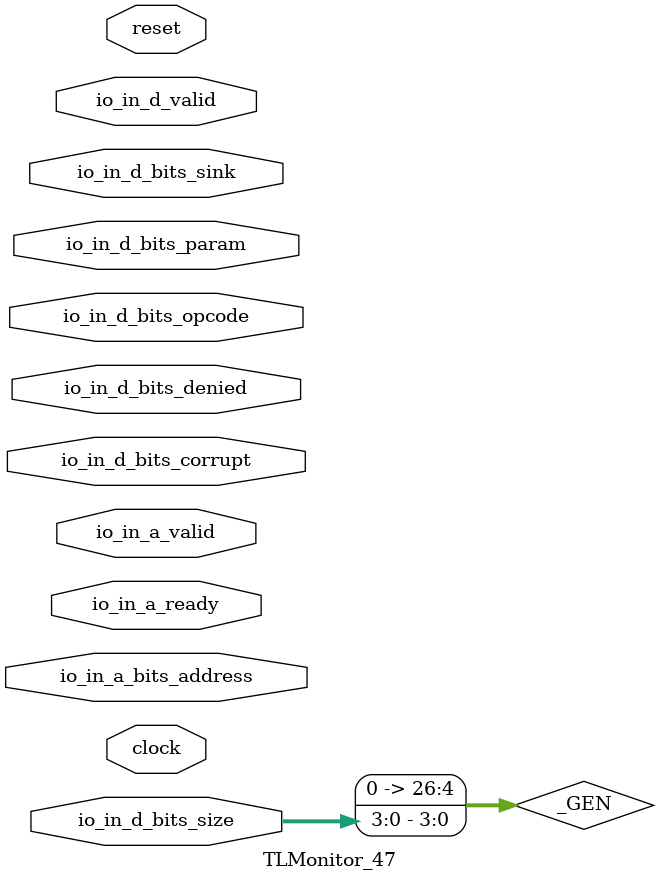
<source format=sv>
`ifndef RANDOMIZE
  `ifdef RANDOMIZE_REG_INIT
    `define RANDOMIZE
  `endif // RANDOMIZE_REG_INIT
`endif // not def RANDOMIZE
`ifndef RANDOMIZE
  `ifdef RANDOMIZE_MEM_INIT
    `define RANDOMIZE
  `endif // RANDOMIZE_MEM_INIT
`endif // not def RANDOMIZE

`ifndef RANDOM
  `define RANDOM $random
`endif // not def RANDOM

// Users can define 'PRINTF_COND' to add an extra gate to prints.
`ifndef PRINTF_COND_
  `ifdef PRINTF_COND
    `define PRINTF_COND_ (`PRINTF_COND)
  `else  // PRINTF_COND
    `define PRINTF_COND_ 1
  `endif // PRINTF_COND
`endif // not def PRINTF_COND_

// Users can define 'ASSERT_VERBOSE_COND' to add an extra gate to assert error printing.
`ifndef ASSERT_VERBOSE_COND_
  `ifdef ASSERT_VERBOSE_COND
    `define ASSERT_VERBOSE_COND_ (`ASSERT_VERBOSE_COND)
  `else  // ASSERT_VERBOSE_COND
    `define ASSERT_VERBOSE_COND_ 1
  `endif // ASSERT_VERBOSE_COND
`endif // not def ASSERT_VERBOSE_COND_

// Users can define 'STOP_COND' to add an extra gate to stop conditions.
`ifndef STOP_COND_
  `ifdef STOP_COND
    `define STOP_COND_ (`STOP_COND)
  `else  // STOP_COND
    `define STOP_COND_ 1
  `endif // STOP_COND
`endif // not def STOP_COND_

// Users can define INIT_RANDOM as general code that gets injected into the
// initializer block for modules with registers.
`ifndef INIT_RANDOM
  `define INIT_RANDOM
`endif // not def INIT_RANDOM

// If using random initialization, you can also define RANDOMIZE_DELAY to
// customize the delay used, otherwise 0.002 is used.
`ifndef RANDOMIZE_DELAY
  `define RANDOMIZE_DELAY 0.002
`endif // not def RANDOMIZE_DELAY

// Define INIT_RANDOM_PROLOG_ for use in our modules below.
`ifndef INIT_RANDOM_PROLOG_
  `ifdef RANDOMIZE
    `ifdef VERILATOR
      `define INIT_RANDOM_PROLOG_ `INIT_RANDOM
    `else  // VERILATOR
      `define INIT_RANDOM_PROLOG_ `INIT_RANDOM #`RANDOMIZE_DELAY begin end
    `endif // VERILATOR
  `else  // RANDOMIZE
    `define INIT_RANDOM_PROLOG_
  `endif // RANDOMIZE
`endif // not def INIT_RANDOM_PROLOG_

module TLMonitor_47(
  input        clock,
               reset,
               io_in_a_ready,
               io_in_a_valid,
  input [31:0] io_in_a_bits_address,
  input        io_in_d_valid,
  input [2:0]  io_in_d_bits_opcode,
  input [1:0]  io_in_d_bits_param,
  input [3:0]  io_in_d_bits_size,
  input [2:0]  io_in_d_bits_sink,
  input        io_in_d_bits_denied,
               io_in_d_bits_corrupt
);

  wire [31:0] _plusarg_reader_1_out;	// @[PlusArg.scala:80:11]
  wire [31:0] _plusarg_reader_out;	// @[PlusArg.scala:80:11]
  wire        a_set = io_in_a_ready & io_in_a_valid;	// @[Decoupled.scala:51:35]
  reg  [8:0]  d_first_counter;	// @[Edges.scala:229:27]
  reg  [2:0]  opcode_1;	// @[Monitor.scala:535:22]
  reg  [1:0]  param_1;	// @[Monitor.scala:536:22]
  reg  [3:0]  size_1;	// @[Monitor.scala:537:22]
  reg         source_1;	// @[Monitor.scala:538:22]
  reg  [2:0]  sink;	// @[Monitor.scala:539:22]
  reg         denied;	// @[Monitor.scala:540:22]
  reg         inflight;	// @[Monitor.scala:611:27]
  reg  [3:0]  inflight_opcodes;	// @[Monitor.scala:613:35]
  reg  [7:0]  inflight_sizes;	// @[Monitor.scala:615:33]
  reg  [8:0]  d_first_counter_1;	// @[Edges.scala:229:27]
  wire        d_first_1 = d_first_counter_1 == 9'h0;	// @[Edges.scala:229:27, :231:25]
  wire        d_release_ack = io_in_d_bits_opcode == 3'h6;	// @[Monitor.scala:81:25, :670:46]
  reg  [31:0] watchdog;	// @[Monitor.scala:706:27]
  reg  [8:0]  d_first_counter_2;	// @[Edges.scala:229:27]
  wire        d_first_2 = d_first_counter_2 == 9'h0;	// @[Edges.scala:229:27, :231:25]
  wire [26:0] _GEN = {23'h0, io_in_d_bits_size};	// @[package.scala:235:71]
  wire [26:0] _d_first_beats1_decode_T_1 = 27'hFFF << _GEN;	// @[package.scala:235:71]
  wire [26:0] _d_first_beats1_decode_T_5 = 27'hFFF << _GEN;	// @[package.scala:235:71]
  wire [26:0] _d_first_beats1_decode_T_9 = 27'hFFF << _GEN;	// @[package.scala:235:71]
  wire        d_clr = io_in_d_valid & d_first_1 & ~d_release_ack;	// @[Edges.scala:231:25, Monitor.scala:670:46, :671:74, :675:72]
  wire        _T_1143 = io_in_d_valid & ~(|d_first_counter);	// @[Edges.scala:229:27, :231:25, Monitor.scala:549:20]
  always @(posedge clock) begin
    if (reset) begin
      d_first_counter <= 9'h0;	// @[Edges.scala:229:27]
      inflight <= 1'h0;	// @[Monitor.scala:611:27]
      inflight_opcodes <= 4'h0;	// @[Misc.scala:205:21, Monitor.scala:613:35, :657:77]
      inflight_sizes <= 8'h0;	// @[Monitor.scala:615:33, :745:35]
      d_first_counter_1 <= 9'h0;	// @[Edges.scala:229:27]
      watchdog <= 32'h0;	// @[Bundles.scala:259:74, Monitor.scala:706:27]
      d_first_counter_2 <= 9'h0;	// @[Edges.scala:229:27]
    end
    else begin
      if (io_in_d_valid) begin
        if (|d_first_counter)	// @[Edges.scala:229:27, :231:25]
          d_first_counter <= d_first_counter - 9'h1;	// @[Edges.scala:229:27, :230:28]
        else if (io_in_d_bits_opcode[0])	// @[Edges.scala:106:36]
          d_first_counter <= ~(_d_first_beats1_decode_T_1[11:3]);	// @[Edges.scala:229:27, package.scala:235:{46,71,76}]
        else	// @[Edges.scala:106:36]
          d_first_counter <= 9'h0;	// @[Edges.scala:229:27]
        if (d_first_1) begin	// @[Edges.scala:231:25]
          if (io_in_d_bits_opcode[0])	// @[Edges.scala:106:36]
            d_first_counter_1 <= ~(_d_first_beats1_decode_T_5[11:3]);	// @[Edges.scala:229:27, package.scala:235:{46,71,76}]
          else	// @[Edges.scala:106:36]
            d_first_counter_1 <= 9'h0;	// @[Edges.scala:229:27]
        end
        else	// @[Edges.scala:231:25]
          d_first_counter_1 <= d_first_counter_1 - 9'h1;	// @[Edges.scala:229:27, :230:28]
        if (d_first_2) begin	// @[Edges.scala:231:25]
          if (io_in_d_bits_opcode[0])	// @[Edges.scala:106:36]
            d_first_counter_2 <= ~(_d_first_beats1_decode_T_9[11:3]);	// @[Edges.scala:229:27, package.scala:235:{46,71,76}]
          else	// @[Edges.scala:106:36]
            d_first_counter_2 <= 9'h0;	// @[Edges.scala:229:27]
        end
        else	// @[Edges.scala:231:25]
          d_first_counter_2 <= d_first_counter_2 - 9'h1;	// @[Edges.scala:229:27, :230:28]
      end
      inflight <= (inflight | a_set) & ~d_clr;	// @[Decoupled.scala:51:35, Monitor.scala:611:27, :675:72, :702:{27,36,38}]
      inflight_opcodes <= (inflight_opcodes | (a_set ? 4'h9 : 4'h0)) & ~{4{d_clr}};	// @[Decoupled.scala:51:35, Misc.scala:205:21, Monitor.scala:613:35, :627:33, :652:72, :654:61, :656:28, :657:77, :665:33, :675:{72,91}, :677:21, :703:{43,60,62}]
      inflight_sizes <= (inflight_sizes | (a_set ? {3'h0, a_set ? 5'hD : 5'h0} : 8'h0)) & ~{8{d_clr}};	// @[Decoupled.scala:51:35, Monitor.scala:615:33, :629:31, :645:38, :652:72, :655:{28,59}, :657:28, :667:31, :675:{72,91}, :678:21, :704:{39,54,56}, :745:35]
      if (a_set | io_in_d_valid)	// @[Decoupled.scala:51:35, Monitor.scala:712:27]
        watchdog <= 32'h0;	// @[Bundles.scala:259:74, Monitor.scala:706:27]
      else	// @[Monitor.scala:712:27]
        watchdog <= watchdog + 32'h1;	// @[Monitor.scala:706:27, :711:26]
    end
    if (_T_1143) begin	// @[Monitor.scala:549:20]
      opcode_1 <= io_in_d_bits_opcode;	// @[Monitor.scala:535:22]
      param_1 <= io_in_d_bits_param;	// @[Monitor.scala:536:22]
      size_1 <= io_in_d_bits_size;	// @[Monitor.scala:537:22]
      sink <= io_in_d_bits_sink;	// @[Monitor.scala:539:22]
      denied <= io_in_d_bits_denied;	// @[Monitor.scala:540:22]
    end
    source_1 <= ~_T_1143 & source_1;	// @[Monitor.scala:538:22, :549:{20,32}, :553:15]
  end // always @(posedge)
  `ifndef SYNTHESIS
    wire  [7:0][2:0] _GEN_0 = '{3'h4, 3'h5, 3'h2, 3'h1, 3'h1, 3'h1, 3'h0, 3'h0};	// @[Monitor.scala:690:38]
    wire  [7:0][2:0] _GEN_1 = '{3'h4, 3'h4, 3'h2, 3'h1, 3'h1, 3'h1, 3'h0, 3'h0};	// @[Monitor.scala:689:38]
    wire             _GEN_2 = io_in_d_valid & io_in_d_bits_opcode == 3'h6;	// @[Monitor.scala:81:25, :310:{25,52}]
    wire             _GEN_3 = io_in_d_bits_size < 4'h3;	// @[Monitor.scala:312:27]
    wire             _GEN_4 = io_in_d_valid & io_in_d_bits_opcode == 3'h4;	// @[Monitor.scala:318:{25,47}]
    wire             _GEN_5 = io_in_d_bits_param == 2'h2;	// @[Bundles.scala:111:27, Monitor.scala:323:28]
    wire             _GEN_6 = io_in_d_valid & io_in_d_bits_opcode == 3'h5;	// @[Monitor.scala:146:25, :328:{25,51}]
    wire             _GEN_7 = io_in_d_valid & io_in_d_bits_opcode == 3'h0;	// @[Monitor.scala:338:{25,51}]
    wire             _GEN_8 = io_in_d_valid & io_in_d_bits_opcode == 3'h1;	// @[Monitor.scala:346:{25,55}, :686:39]
    wire             _GEN_9 = io_in_d_valid & io_in_d_bits_opcode == 3'h2;	// @[Monitor.scala:354:{25,49}, :640:42]
    wire             _T_1117 = io_in_d_valid & (|d_first_counter);	// @[Edges.scala:229:27, :231:25, Monitor.scala:541:19]
    wire             _T_1196 = io_in_d_valid & d_first_1;	// @[Edges.scala:231:25, Monitor.scala:671:26]
    wire             _T_1167 = _T_1196 & ~d_release_ack;	// @[Monitor.scala:670:46, :671:{26,74}, :680:71]
    wire             _GEN_10 = _T_1167 & io_in_a_valid;	// @[Monitor.scala:680:71, :684:30]
    wire             _GEN_11 = _T_1167 & ~io_in_a_valid;	// @[Monitor.scala:680:71, :684:30]
    wire             _T_1253 = io_in_d_valid & d_first_2 & d_release_ack;	// @[Edges.scala:231:25, Monitor.scala:670:46, :791:71]
    always @(posedge clock) begin	// @[Monitor.scala:42:11]
      if (io_in_a_valid & ~reset & ~(io_in_a_bits_address[31:12] == 20'h3 | {io_in_a_bits_address[31:15], io_in_a_bits_address[13:12]} == 19'h0 | io_in_a_bits_address[31:16] == 16'h1 | {io_in_a_bits_address[31:17] ^ 15'h8, io_in_a_bits_address[15:12]} == 19'h0 | io_in_a_bits_address[31:16] == 16'h200 | io_in_a_bits_address[31:12] == 20'h2010 | io_in_a_bits_address[31:26] == 6'h3 | io_in_a_bits_address[31:12] == 20'h54000 | io_in_a_bits_address[31:29] == 3'h3 | io_in_a_bits_address[31:28] == 4'h8)) begin	// @[Monitor.scala:42:11, Parameters.scala:137:{31,45,65}, :673:26]
        if (`ASSERT_VERBOSE_COND_)	// @[Monitor.scala:42:11]
          $error("Assertion failed: 'A' channel carries Get type which slave claims it can't support (connected at Frontend.scala:386:21)\n    at Monitor.scala:42 assert(cond, message)\n");	// @[Monitor.scala:42:11]
        if (`STOP_COND_)	// @[Monitor.scala:42:11]
          $fatal;	// @[Monitor.scala:42:11]
      end
      if (io_in_a_valid & ~reset & (|(io_in_a_bits_address[5:0]))) begin	// @[Edges.scala:21:{16,24}, Monitor.scala:42:11]
        if (`ASSERT_VERBOSE_COND_)	// @[Monitor.scala:42:11]
          $error("Assertion failed: 'A' channel Get address not aligned to size (connected at Frontend.scala:386:21)\n    at Monitor.scala:42 assert(cond, message)\n");	// @[Monitor.scala:42:11]
        if (`STOP_COND_)	// @[Monitor.scala:42:11]
          $fatal;	// @[Monitor.scala:42:11]
      end
      if (io_in_d_valid & ~reset & (&io_in_d_bits_opcode)) begin	// @[Bundles.scala:45:24, Monitor.scala:49:11]
        if (`ASSERT_VERBOSE_COND_)	// @[Monitor.scala:49:11]
          $error("Assertion failed: 'D' channel has invalid opcode (connected at Frontend.scala:386:21)\n    at Monitor.scala:49 assert(cond, message)\n");	// @[Monitor.scala:49:11]
        if (`STOP_COND_)	// @[Monitor.scala:49:11]
          $fatal;	// @[Monitor.scala:49:11]
      end
      if (_GEN_2 & ~reset & _GEN_3) begin	// @[Monitor.scala:49:11, :310:52, :312:27]
        if (`ASSERT_VERBOSE_COND_)	// @[Monitor.scala:49:11]
          $error("Assertion failed: 'D' channel ReleaseAck smaller than a beat (connected at Frontend.scala:386:21)\n    at Monitor.scala:49 assert(cond, message)\n");	// @[Monitor.scala:49:11]
        if (`STOP_COND_)	// @[Monitor.scala:49:11]
          $fatal;	// @[Monitor.scala:49:11]
      end
      if (_GEN_2 & ~reset & (|io_in_d_bits_param)) begin	// @[Monitor.scala:49:11, :310:52, :313:28]
        if (`ASSERT_VERBOSE_COND_)	// @[Monitor.scala:49:11]
          $error("Assertion failed: 'D' channel ReleaseeAck carries invalid param (connected at Frontend.scala:386:21)\n    at Monitor.scala:49 assert(cond, message)\n");	// @[Monitor.scala:49:11]
        if (`STOP_COND_)	// @[Monitor.scala:49:11]
          $fatal;	// @[Monitor.scala:49:11]
      end
      if (_GEN_2 & ~reset & io_in_d_bits_corrupt) begin	// @[Monitor.scala:49:11, :310:52]
        if (`ASSERT_VERBOSE_COND_)	// @[Monitor.scala:49:11]
          $error("Assertion failed: 'D' channel ReleaseAck is corrupt (connected at Frontend.scala:386:21)\n    at Monitor.scala:49 assert(cond, message)\n");	// @[Monitor.scala:49:11]
        if (`STOP_COND_)	// @[Monitor.scala:49:11]
          $fatal;	// @[Monitor.scala:49:11]
      end
      if (_GEN_2 & ~reset & io_in_d_bits_denied) begin	// @[Monitor.scala:49:11, :310:52]
        if (`ASSERT_VERBOSE_COND_)	// @[Monitor.scala:49:11]
          $error("Assertion failed: 'D' channel ReleaseAck is denied (connected at Frontend.scala:386:21)\n    at Monitor.scala:49 assert(cond, message)\n");	// @[Monitor.scala:49:11]
        if (`STOP_COND_)	// @[Monitor.scala:49:11]
          $fatal;	// @[Monitor.scala:49:11]
      end
      if (_GEN_4 & ~reset & _GEN_3) begin	// @[Monitor.scala:49:11, :312:27, :318:47]
        if (`ASSERT_VERBOSE_COND_)	// @[Monitor.scala:49:11]
          $error("Assertion failed: 'D' channel Grant smaller than a beat (connected at Frontend.scala:386:21)\n    at Monitor.scala:49 assert(cond, message)\n");	// @[Monitor.scala:49:11]
        if (`STOP_COND_)	// @[Monitor.scala:49:11]
          $fatal;	// @[Monitor.scala:49:11]
      end
      if (_GEN_4 & ~reset & (&io_in_d_bits_param)) begin	// @[Bundles.scala:105:26, Monitor.scala:49:11, :318:47]
        if (`ASSERT_VERBOSE_COND_)	// @[Monitor.scala:49:11]
          $error("Assertion failed: 'D' channel Grant carries invalid cap param (connected at Frontend.scala:386:21)\n    at Monitor.scala:49 assert(cond, message)\n");	// @[Monitor.scala:49:11]
        if (`STOP_COND_)	// @[Monitor.scala:49:11]
          $fatal;	// @[Monitor.scala:49:11]
      end
      if (_GEN_4 & ~reset & _GEN_5) begin	// @[Monitor.scala:49:11, :318:47, :323:28]
        if (`ASSERT_VERBOSE_COND_)	// @[Monitor.scala:49:11]
          $error("Assertion failed: 'D' channel Grant carries toN param (connected at Frontend.scala:386:21)\n    at Monitor.scala:49 assert(cond, message)\n");	// @[Monitor.scala:49:11]
        if (`STOP_COND_)	// @[Monitor.scala:49:11]
          $fatal;	// @[Monitor.scala:49:11]
      end
      if (_GEN_4 & ~reset & io_in_d_bits_corrupt) begin	// @[Monitor.scala:49:11, :318:47]
        if (`ASSERT_VERBOSE_COND_)	// @[Monitor.scala:49:11]
          $error("Assertion failed: 'D' channel Grant is corrupt (connected at Frontend.scala:386:21)\n    at Monitor.scala:49 assert(cond, message)\n");	// @[Monitor.scala:49:11]
        if (`STOP_COND_)	// @[Monitor.scala:49:11]
          $fatal;	// @[Monitor.scala:49:11]
      end
      if (_GEN_6 & ~reset & _GEN_3) begin	// @[Monitor.scala:49:11, :312:27, :328:51]
        if (`ASSERT_VERBOSE_COND_)	// @[Monitor.scala:49:11]
          $error("Assertion failed: 'D' channel GrantData smaller than a beat (connected at Frontend.scala:386:21)\n    at Monitor.scala:49 assert(cond, message)\n");	// @[Monitor.scala:49:11]
        if (`STOP_COND_)	// @[Monitor.scala:49:11]
          $fatal;	// @[Monitor.scala:49:11]
      end
      if (_GEN_6 & ~reset & (&io_in_d_bits_param)) begin	// @[Bundles.scala:105:26, Monitor.scala:49:11, :328:51]
        if (`ASSERT_VERBOSE_COND_)	// @[Monitor.scala:49:11]
          $error("Assertion failed: 'D' channel GrantData carries invalid cap param (connected at Frontend.scala:386:21)\n    at Monitor.scala:49 assert(cond, message)\n");	// @[Monitor.scala:49:11]
        if (`STOP_COND_)	// @[Monitor.scala:49:11]
          $fatal;	// @[Monitor.scala:49:11]
      end
      if (_GEN_6 & ~reset & _GEN_5) begin	// @[Monitor.scala:49:11, :323:28, :328:51]
        if (`ASSERT_VERBOSE_COND_)	// @[Monitor.scala:49:11]
          $error("Assertion failed: 'D' channel GrantData carries toN param (connected at Frontend.scala:386:21)\n    at Monitor.scala:49 assert(cond, message)\n");	// @[Monitor.scala:49:11]
        if (`STOP_COND_)	// @[Monitor.scala:49:11]
          $fatal;	// @[Monitor.scala:49:11]
      end
      if (_GEN_6 & ~reset & ~(~io_in_d_bits_denied | io_in_d_bits_corrupt)) begin	// @[Monitor.scala:49:11, :328:51, :334:{15,30}]
        if (`ASSERT_VERBOSE_COND_)	// @[Monitor.scala:49:11]
          $error("Assertion failed: 'D' channel GrantData is denied but not corrupt (connected at Frontend.scala:386:21)\n    at Monitor.scala:49 assert(cond, message)\n");	// @[Monitor.scala:49:11]
        if (`STOP_COND_)	// @[Monitor.scala:49:11]
          $fatal;	// @[Monitor.scala:49:11]
      end
      if (_GEN_7 & ~reset & (|io_in_d_bits_param)) begin	// @[Monitor.scala:49:11, :338:51, :341:28]
        if (`ASSERT_VERBOSE_COND_)	// @[Monitor.scala:49:11]
          $error("Assertion failed: 'D' channel AccessAck carries invalid param (connected at Frontend.scala:386:21)\n    at Monitor.scala:49 assert(cond, message)\n");	// @[Monitor.scala:49:11]
        if (`STOP_COND_)	// @[Monitor.scala:49:11]
          $fatal;	// @[Monitor.scala:49:11]
      end
      if (_GEN_7 & ~reset & io_in_d_bits_corrupt) begin	// @[Monitor.scala:49:11, :338:51]
        if (`ASSERT_VERBOSE_COND_)	// @[Monitor.scala:49:11]
          $error("Assertion failed: 'D' channel AccessAck is corrupt (connected at Frontend.scala:386:21)\n    at Monitor.scala:49 assert(cond, message)\n");	// @[Monitor.scala:49:11]
        if (`STOP_COND_)	// @[Monitor.scala:49:11]
          $fatal;	// @[Monitor.scala:49:11]
      end
      if (_GEN_8 & ~reset & (|io_in_d_bits_param)) begin	// @[Monitor.scala:49:11, :346:55, :349:28]
        if (`ASSERT_VERBOSE_COND_)	// @[Monitor.scala:49:11]
          $error("Assertion failed: 'D' channel AccessAckData carries invalid param (connected at Frontend.scala:386:21)\n    at Monitor.scala:49 assert(cond, message)\n");	// @[Monitor.scala:49:11]
        if (`STOP_COND_)	// @[Monitor.scala:49:11]
          $fatal;	// @[Monitor.scala:49:11]
      end
      if (_GEN_8 & ~reset & ~(~io_in_d_bits_denied | io_in_d_bits_corrupt)) begin	// @[Monitor.scala:49:11, :346:55, :350:{15,30}]
        if (`ASSERT_VERBOSE_COND_)	// @[Monitor.scala:49:11]
          $error("Assertion failed: 'D' channel AccessAckData is denied but not corrupt (connected at Frontend.scala:386:21)\n    at Monitor.scala:49 assert(cond, message)\n");	// @[Monitor.scala:49:11]
        if (`STOP_COND_)	// @[Monitor.scala:49:11]
          $fatal;	// @[Monitor.scala:49:11]
      end
      if (_GEN_9 & ~reset & (|io_in_d_bits_param)) begin	// @[Monitor.scala:49:11, :354:49, :357:28]
        if (`ASSERT_VERBOSE_COND_)	// @[Monitor.scala:49:11]
          $error("Assertion failed: 'D' channel HintAck carries invalid param (connected at Frontend.scala:386:21)\n    at Monitor.scala:49 assert(cond, message)\n");	// @[Monitor.scala:49:11]
        if (`STOP_COND_)	// @[Monitor.scala:49:11]
          $fatal;	// @[Monitor.scala:49:11]
      end
      if (_GEN_9 & ~reset & io_in_d_bits_corrupt) begin	// @[Monitor.scala:49:11, :354:49]
        if (`ASSERT_VERBOSE_COND_)	// @[Monitor.scala:49:11]
          $error("Assertion failed: 'D' channel HintAck is corrupt (connected at Frontend.scala:386:21)\n    at Monitor.scala:49 assert(cond, message)\n");	// @[Monitor.scala:49:11]
        if (`STOP_COND_)	// @[Monitor.scala:49:11]
          $fatal;	// @[Monitor.scala:49:11]
      end
      if (_T_1117 & ~reset & io_in_d_bits_opcode != opcode_1) begin	// @[Monitor.scala:49:11, :535:22, :541:19, :542:29]
        if (`ASSERT_VERBOSE_COND_)	// @[Monitor.scala:49:11]
          $error("Assertion failed: 'D' channel opcode changed within multibeat operation (connected at Frontend.scala:386:21)\n    at Monitor.scala:49 assert(cond, message)\n");	// @[Monitor.scala:49:11]
        if (`STOP_COND_)	// @[Monitor.scala:49:11]
          $fatal;	// @[Monitor.scala:49:11]
      end
      if (_T_1117 & ~reset & io_in_d_bits_param != param_1) begin	// @[Monitor.scala:49:11, :536:22, :541:19, :543:29]
        if (`ASSERT_VERBOSE_COND_)	// @[Monitor.scala:49:11]
          $error("Assertion failed: 'D' channel param changed within multibeat operation (connected at Frontend.scala:386:21)\n    at Monitor.scala:49 assert(cond, message)\n");	// @[Monitor.scala:49:11]
        if (`STOP_COND_)	// @[Monitor.scala:49:11]
          $fatal;	// @[Monitor.scala:49:11]
      end
      if (_T_1117 & ~reset & io_in_d_bits_size != size_1) begin	// @[Monitor.scala:49:11, :537:22, :541:19, :544:29]
        if (`ASSERT_VERBOSE_COND_)	// @[Monitor.scala:49:11]
          $error("Assertion failed: 'D' channel size changed within multibeat operation (connected at Frontend.scala:386:21)\n    at Monitor.scala:49 assert(cond, message)\n");	// @[Monitor.scala:49:11]
        if (`STOP_COND_)	// @[Monitor.scala:49:11]
          $fatal;	// @[Monitor.scala:49:11]
      end
      if (_T_1117 & ~reset & source_1) begin	// @[Monitor.scala:49:11, :538:22, :541:19]
        if (`ASSERT_VERBOSE_COND_)	// @[Monitor.scala:49:11]
          $error("Assertion failed: 'D' channel source changed within multibeat operation (connected at Frontend.scala:386:21)\n    at Monitor.scala:49 assert(cond, message)\n");	// @[Monitor.scala:49:11]
        if (`STOP_COND_)	// @[Monitor.scala:49:11]
          $fatal;	// @[Monitor.scala:49:11]
      end
      if (_T_1117 & ~reset & io_in_d_bits_sink != sink) begin	// @[Monitor.scala:49:11, :539:22, :541:19, :546:29]
        if (`ASSERT_VERBOSE_COND_)	// @[Monitor.scala:49:11]
          $error("Assertion failed: 'D' channel sink changed with multibeat operation (connected at Frontend.scala:386:21)\n    at Monitor.scala:49 assert(cond, message)\n");	// @[Monitor.scala:49:11]
        if (`STOP_COND_)	// @[Monitor.scala:49:11]
          $fatal;	// @[Monitor.scala:49:11]
      end
      if (_T_1117 & ~reset & io_in_d_bits_denied != denied) begin	// @[Monitor.scala:49:11, :540:22, :541:19, :547:29]
        if (`ASSERT_VERBOSE_COND_)	// @[Monitor.scala:49:11]
          $error("Assertion failed: 'D' channel denied changed with multibeat operation (connected at Frontend.scala:386:21)\n    at Monitor.scala:49 assert(cond, message)\n");	// @[Monitor.scala:49:11]
        if (`STOP_COND_)	// @[Monitor.scala:49:11]
          $fatal;	// @[Monitor.scala:49:11]
      end
      if (a_set & ~reset & inflight) begin	// @[Decoupled.scala:51:35, Monitor.scala:42:11, :611:27]
        if (`ASSERT_VERBOSE_COND_)	// @[Monitor.scala:42:11]
          $error("Assertion failed: 'A' channel re-used a source ID (connected at Frontend.scala:386:21)\n    at Monitor.scala:42 assert(cond, message)\n");	// @[Monitor.scala:42:11]
        if (`STOP_COND_)	// @[Monitor.scala:42:11]
          $fatal;	// @[Monitor.scala:42:11]
      end
      if (_T_1167 & ~reset & ~(inflight | io_in_a_valid)) begin	// @[Monitor.scala:49:11, :611:27, :680:71, :682:49]
        if (`ASSERT_VERBOSE_COND_)	// @[Monitor.scala:49:11]
          $error("Assertion failed: 'D' channel acknowledged for nothing inflight (connected at Frontend.scala:386:21)\n    at Monitor.scala:49 assert(cond, message)\n");	// @[Monitor.scala:49:11]
        if (`STOP_COND_)	// @[Monitor.scala:49:11]
          $fatal;	// @[Monitor.scala:49:11]
      end
      if (_GEN_10 & ~reset & ~(io_in_d_bits_opcode == 3'h1 | io_in_d_bits_opcode == 3'h1)) begin	// @[Monitor.scala:49:11, :684:30, :685:{38,77}, :686:39]
        if (`ASSERT_VERBOSE_COND_)	// @[Monitor.scala:49:11]
          $error("Assertion failed: 'D' channel contains improper opcode response (connected at Frontend.scala:386:21)\n    at Monitor.scala:49 assert(cond, message)\n");	// @[Monitor.scala:49:11]
        if (`STOP_COND_)	// @[Monitor.scala:49:11]
          $fatal;	// @[Monitor.scala:49:11]
      end
      if (_GEN_10 & ~reset & io_in_d_bits_size != 4'h6) begin	// @[Monitor.scala:49:11, :684:30, :687:36]
        if (`ASSERT_VERBOSE_COND_)	// @[Monitor.scala:49:11]
          $error("Assertion failed: 'D' channel contains improper response size (connected at Frontend.scala:386:21)\n    at Monitor.scala:49 assert(cond, message)\n");	// @[Monitor.scala:49:11]
        if (`STOP_COND_)	// @[Monitor.scala:49:11]
          $fatal;	// @[Monitor.scala:49:11]
      end
      if (_GEN_11 & ~reset & ~(io_in_d_bits_opcode == _GEN_1[inflight_opcodes[3:1]] | io_in_d_bits_opcode == _GEN_0[inflight_opcodes[3:1]])) begin	// @[Monitor.scala:42:11, :49:11, :613:35, :634:152, :684:30, :689:{38,72}, :690:38]
        if (`ASSERT_VERBOSE_COND_)	// @[Monitor.scala:49:11]
          $error("Assertion failed: 'D' channel contains improper opcode response (connected at Frontend.scala:386:21)\n    at Monitor.scala:49 assert(cond, message)\n");	// @[Monitor.scala:49:11]
        if (`STOP_COND_)	// @[Monitor.scala:49:11]
          $fatal;	// @[Monitor.scala:49:11]
      end
      if (_GEN_11 & ~reset & {4'h0, io_in_d_bits_size} != {1'h0, inflight_sizes[7:1]}) begin	// @[Misc.scala:205:21, Monitor.scala:42:11, :49:11, :615:33, :638:{19,144}, :657:77, :684:30, :691:36]
        if (`ASSERT_VERBOSE_COND_)	// @[Monitor.scala:49:11]
          $error("Assertion failed: 'D' channel contains improper response size (connected at Frontend.scala:386:21)\n    at Monitor.scala:49 assert(cond, message)\n");	// @[Monitor.scala:49:11]
        if (`STOP_COND_)	// @[Monitor.scala:49:11]
          $fatal;	// @[Monitor.scala:49:11]
      end
      if (_T_1196 & io_in_a_valid & ~d_release_ack & ~reset & ~io_in_a_ready) begin	// @[Monitor.scala:49:11, :670:46, :671:{26,74}]
        if (`ASSERT_VERBOSE_COND_)	// @[Monitor.scala:49:11]
          $error("Assertion failed: ready check\n    at Monitor.scala:49 assert(cond, message)\n");	// @[Monitor.scala:49:11]
        if (`STOP_COND_)	// @[Monitor.scala:49:11]
          $fatal;	// @[Monitor.scala:49:11]
      end
      if (~reset & ~(io_in_a_valid != (_T_1196 & ~d_release_ack) | ~io_in_a_valid)) begin	// @[Monitor.scala:49:11, :670:46, :671:{26,71,74}, :699:{29,48,51}]
        if (`ASSERT_VERBOSE_COND_)	// @[Monitor.scala:49:11]
          $error("Assertion failed: 'A' and 'D' concurrent, despite minlatency 4 (connected at Frontend.scala:386:21)\n    at Monitor.scala:49 assert(cond, message)\n");	// @[Monitor.scala:49:11]
        if (`STOP_COND_)	// @[Monitor.scala:49:11]
          $fatal;	// @[Monitor.scala:49:11]
      end
      if (~reset & ~(~inflight | _plusarg_reader_out == 32'h0 | watchdog < _plusarg_reader_out)) begin	// @[Bundles.scala:259:74, Monitor.scala:42:11, :611:27, :706:27, :709:{16,39,47,59}, PlusArg.scala:80:11]
        if (`ASSERT_VERBOSE_COND_)	// @[Monitor.scala:42:11]
          $error("Assertion failed: TileLink timeout expired (connected at Frontend.scala:386:21)\n    at Monitor.scala:42 assert(cond, message)\n");	// @[Monitor.scala:42:11]
        if (`STOP_COND_)	// @[Monitor.scala:42:11]
          $fatal;	// @[Monitor.scala:42:11]
      end
      if (_T_1253 & ~reset) begin	// @[Monitor.scala:49:11, :791:71]
        if (`ASSERT_VERBOSE_COND_)	// @[Monitor.scala:49:11]
          $error("Assertion failed: 'D' channel acknowledged for nothing inflight (connected at Frontend.scala:386:21)\n    at Monitor.scala:49 assert(cond, message)\n");	// @[Monitor.scala:49:11]
        if (`STOP_COND_)	// @[Monitor.scala:49:11]
          $fatal;	// @[Monitor.scala:49:11]
      end
      if (_T_1253 & ~reset & (|io_in_d_bits_size)) begin	// @[Monitor.scala:49:11, :791:71, :797:36]
        if (`ASSERT_VERBOSE_COND_)	// @[Monitor.scala:49:11]
          $error("Assertion failed: 'D' channel contains improper response size (connected at Frontend.scala:386:21)\n    at Monitor.scala:49 assert(cond, message)\n");	// @[Monitor.scala:49:11]
        if (`STOP_COND_)	// @[Monitor.scala:49:11]
          $fatal;	// @[Monitor.scala:49:11]
      end
    end // always @(posedge)
    `ifdef FIRRTL_BEFORE_INITIAL
      `FIRRTL_BEFORE_INITIAL
    `endif // FIRRTL_BEFORE_INITIAL
    logic [31:0]     _RANDOM_0;
    logic [31:0]     _RANDOM_1;
    logic [31:0]     _RANDOM_2;
    logic [31:0]     _RANDOM_3;
    logic [31:0]     _RANDOM_4;
    logic [31:0]     _RANDOM_5;
    initial begin
      `ifdef INIT_RANDOM_PROLOG_
        `INIT_RANDOM_PROLOG_
      `endif // INIT_RANDOM_PROLOG_
      `ifdef RANDOMIZE_REG_INIT
        _RANDOM_0 = `RANDOM;
        _RANDOM_1 = `RANDOM;
        _RANDOM_2 = `RANDOM;
        _RANDOM_3 = `RANDOM;
        _RANDOM_4 = `RANDOM;
        _RANDOM_5 = `RANDOM;
        d_first_counter = _RANDOM_1[28:20];	// @[Edges.scala:229:27]
        opcode_1 = _RANDOM_1[31:29];	// @[Edges.scala:229:27, Monitor.scala:535:22]
        param_1 = _RANDOM_2[1:0];	// @[Monitor.scala:536:22]
        size_1 = _RANDOM_2[5:2];	// @[Monitor.scala:536:22, :537:22]
        source_1 = _RANDOM_2[6];	// @[Monitor.scala:536:22, :538:22]
        sink = _RANDOM_2[9:7];	// @[Monitor.scala:536:22, :539:22]
        denied = _RANDOM_2[10];	// @[Monitor.scala:536:22, :540:22]
        inflight = _RANDOM_2[11];	// @[Monitor.scala:536:22, :611:27]
        inflight_opcodes = _RANDOM_2[15:12];	// @[Monitor.scala:536:22, :613:35]
        inflight_sizes = _RANDOM_2[23:16];	// @[Monitor.scala:536:22, :615:33]
        d_first_counter_1 = _RANDOM_3[9:1];	// @[Edges.scala:229:27]
        watchdog = {_RANDOM_3[31:10], _RANDOM_4[9:0]};	// @[Edges.scala:229:27, Monitor.scala:706:27]
        d_first_counter_2 = _RANDOM_5[8:0];	// @[Edges.scala:229:27]
      `endif // RANDOMIZE_REG_INIT
    end // initial
    `ifdef FIRRTL_AFTER_INITIAL
      `FIRRTL_AFTER_INITIAL
    `endif // FIRRTL_AFTER_INITIAL
  `endif // not def SYNTHESIS
  plusarg_reader #(
    .FORMAT("tilelink_timeout=%d"),
    .DEFAULT(0),
    .WIDTH(32)
  ) plusarg_reader (	// @[PlusArg.scala:80:11]
    .out (_plusarg_reader_out)
  );
  plusarg_reader #(
    .FORMAT("tilelink_timeout=%d"),
    .DEFAULT(0),
    .WIDTH(32)
  ) plusarg_reader_1 (	// @[PlusArg.scala:80:11]
    .out (_plusarg_reader_1_out)
  );
endmodule


</source>
